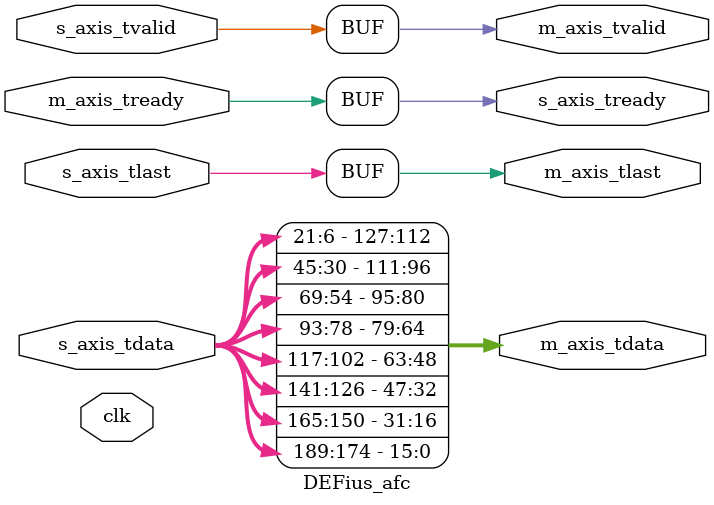
<source format=v>
`timescale 1ns / 1ps

//////////////////////////////////////////////////////////////////////////////////
// Company:
// Engineer:
//
// Create Date: 11/30/2021 10:24:53 AM
// Design Name:
// Module Name: multyplex
// Project Name:
// Target Devices:
// Tool Versions:
// Description:
//
// Dependencies:
//
// Revision:
// Revision 0.01 - File Created
// Additional Comments:
//
//////////////////////////////////////////////////////////////////////////////////


module DEFius_afc #
(
    parameter DELTA = 2
)
(
           input  				     s_axis_tvalid,
           output 				     s_axis_tready,
           input        [191:0]      s_axis_tdata,
           input                     s_axis_tlast,

           input clk,

           output                     m_axis_tvalid,
           input                      m_axis_tready,
           output       [127:0]       m_axis_tdata,
           output                     m_axis_tlast
       );



assign m_axis_tvalid = s_axis_tvalid;
assign s_axis_tready = m_axis_tready;
//assign m_axis_tdata = {s_axis_tdata[20:5], s_axis_tdata[44:29], s_axis_tdata[68:53], s_axis_tdata[92:77], s_axis_tdata[119:96], s_axis_tdata[20:5], s_axis_tdata[20:5], s_axis_tdata[20:5]};
//for ( genvar idx = 0; idx < 8; idx = idx + 1) begin : huy
//    assign m_axis_tdata[15 + 16 * idx : 16 * idx] = s_axis_tdata[20 + 24 * idx : 16 * idx + 5];
//end : huy

assign m_axis_tdata = {s_axis_tdata[23 - DELTA : 8 - DELTA], s_axis_tdata[47  - DELTA : 32 - DELTA], s_axis_tdata[71 - DELTA : 56 - DELTA], s_axis_tdata[95 - DELTA : 80 - DELTA], s_axis_tdata[119  - DELTA : 104 - DELTA], s_axis_tdata[143 - DELTA : 128 - DELTA], s_axis_tdata[167 - DELTA : 152 - DELTA], s_axis_tdata[191 - DELTA : 176 - DELTA]};

assign m_axis_tlast = s_axis_tlast;


endmodule

</source>
